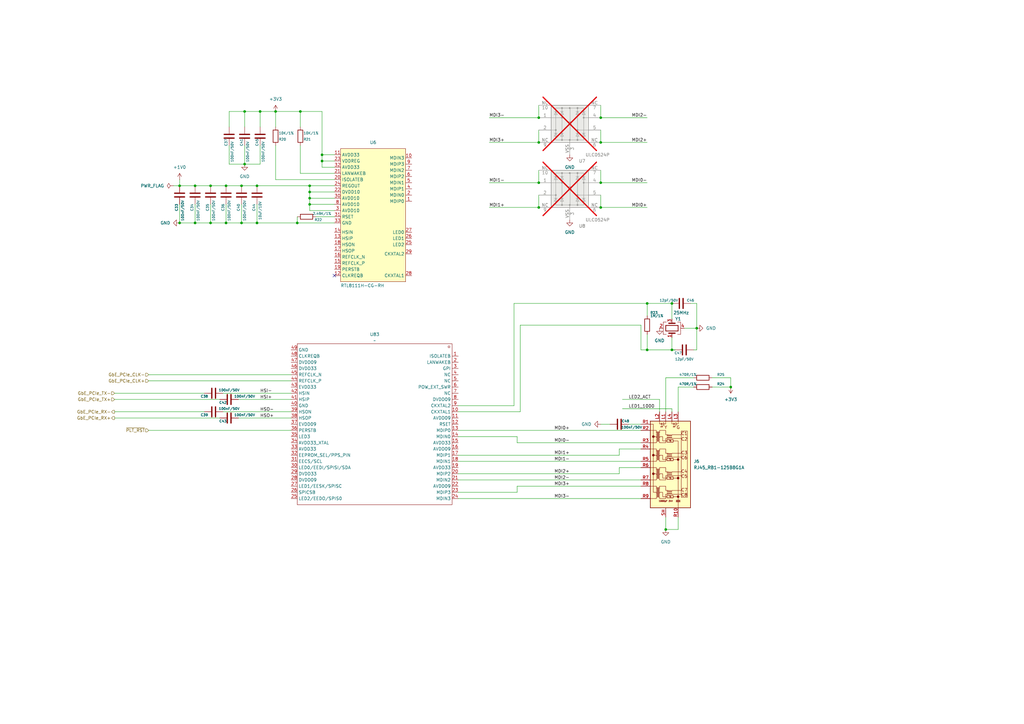
<source format=kicad_sch>
(kicad_sch (version 20231120) (generator "eeschema") (generator_version "8.0")
  (paper "A3")
  (title_block (title "nvme Carrier for LattePanda Mu") (date "2024-07-13") (rev "V1.0") (company "DFRobot"))
  (lib_symbols
    (symbol "A_HDJ_Library:RTL8111H-CG-RH"
      (property "Reference" "U7" (at 0 -57.15 0))
      (symbol "RTL8111H-CG-RH_1_0"
        (rectangle (start 0 0) (end 26.67 -54.61) (fill (type background)))
        (pin passive line (at 29.21 -21.59 180) (length 2.54) (name "MDIP0") (number "1"))
        (pin passive line (at 29.21 -3.81 180) (length 2.54) (name "MDIN3") (number "10"))
        (pin passive line (at -2.54 -2.54 0) (length 2.54) (name "AVDD33") (number "11"))
        (pin passive line (at -2.54 -52.07 0) (length 2.54) (name "CLKREQB") (number "12"))
        (pin passive line (at -2.54 -36.83 0) (length 2.54) (name "HSIP") (number "13"))
        (pin passive line (at -2.54 -34.29 0) (length 2.54) (name "HSIN") (number "14"))
        (pin passive line (at -2.54 -46.99 0) (length 2.54) (name "REFCLK_P") (number "15"))
        (pin passive line (at -2.54 -44.45 0) (length 2.54) (name "REFCLK_N") (number "16"))
        (pin passive line (at -2.54 -41.91 0) (length 2.54) (name "HSOP") (number "17"))
        (pin passive line (at -2.54 -39.37 0) (length 2.54) (name "HSON") (number "18"))
        (pin passive line (at -2.54 -49.53 0) (length 2.54) (name "PERSTB") (number "19"))
        (pin passive line (at 29.21 -19.05 180) (length 2.54) (name "MDIN0") (number "2"))
        (pin passive line (at -2.54 -12.7 0) (length 2.54) (name "ISOLATEB") (number "20"))
        (pin passive line (at -2.54 -10.16 0) (length 2.54) (name "LANWAKEB") (number "21"))
        (pin passive line (at -2.54 -17.78 0) (length 2.54) (name "DVDD10") (number "22"))
        (pin passive line (at -2.54 -5.08 0) (length 2.54) (name "VDDREG") (number "23"))
        (pin passive line (at -2.54 -15.24 0) (length 2.54) (name "REGOUT") (number "24"))
        (pin passive line (at 29.21 -39.37 180) (length 2.54) (name "LED2") (number "25"))
        (pin passive line (at 29.21 -36.83 180) (length 2.54) (name "LED1") (number "26"))
        (pin passive line (at 29.21 -34.29 180) (length 2.54) (name "LED0") (number "27"))
        (pin passive line (at 29.21 -52.07 180) (length 2.54) (name "CKXTAL1") (number "28"))
        (pin passive line (at 29.21 -43.18 180) (length 2.54) (name "CKXTAL2") (number "29"))
        (pin passive line (at -2.54 -25.4 0) (length 2.54) (name "AVDD10") (number "3"))
        (pin passive line (at -2.54 -20.32 0) (length 2.54) (name "AVDD10") (number "30"))
        (pin passive line (at -2.54 -27.94 0) (length 2.54) (name "RSET") (number "31"))
        (pin passive line (at -2.54 -7.62 0) (length 2.54) (name "AVDD33") (number "32"))
        (pin passive line (at -2.54 -30.48 0) (length 2.54) (name "GND") (number "33"))
        (pin passive line (at 29.21 -16.51 180) (length 2.54) (name "MDIP1") (number "4"))
        (pin passive line (at 29.21 -13.97 180) (length 2.54) (name "MDIN1") (number "5"))
        (pin passive line (at 29.21 -11.43 180) (length 2.54) (name "MDIP2") (number "6"))
        (pin passive line (at 29.21 -8.89 180) (length 2.54) (name "MDIN2") (number "7"))
        (pin passive line (at -2.54 -22.86 0) (length 2.54) (name "AVDD10") (number "8"))
        (pin passive line (at 29.21 -6.35 180) (length 2.54) (name "MDIP3") (number "9"))
      )
    )
    (symbol "Connector:RJ45_RB1-125B8G1A" (pin_names hide)
      (property "Reference" "J" (at -7.62 20.32 0))
      (property "Value" "RJ45_RB1-125B8G1A" (at 15.24 20.32 0))
      (symbol "RJ45_RB1-125B8G1A_0_0"
        (circle (center -2.54 -11.938) (radius 0.0001) (stroke (width 0.508)))
        (circle (center -2.54 -4.318) (radius 0.0001) (stroke (width 0.508)))
        (circle (center -2.54 3.302) (radius 0.0001) (stroke (width 0.508)))
        (polyline (pts (xy -0.508 -11.938) (xy -2.54 -11.938)))
        (polyline (pts (xy 0 -10.922) (xy -3.81 -10.922)))
        (polyline (pts (xy 0 -9.398) (xy -3.81 -9.398)))
        (polyline (pts (xy 0 -3.302) (xy -3.81 -3.302)))
        (polyline (pts (xy 0 -1.778) (xy -3.81 -1.778)))
        (polyline (pts (xy 0 4.318) (xy -3.81 4.318)))
        (polyline (pts (xy 0 5.842) (xy -3.81 5.842)))
        (polyline (pts (xy 0 11.938) (xy -3.81 11.938)))
        (polyline (pts (xy 0 13.462) (xy -3.81 13.462)))
        (polyline (pts (xy 6.35 5.08) (xy 7.62 5.08)))
        (polyline (pts (xy 7.62 -2.54) (xy 6.35 -2.54)))
        (polyline (pts (xy 7.62 12.7) (xy 6.35 12.7)))
        (polyline (pts (xy 2.032 -11.938) (xy 3.81 -11.938) (xy 3.81 -10.16) (xy 5.08 -10.16)))
        (polyline (pts (xy 2.032 -4.318) (xy 3.81 -4.318) (xy 3.81 -2.54) (xy 5.08 -2.54)))
        (polyline (pts (xy 2.032 3.302) (xy 3.81 3.302) (xy 3.81 5.08) (xy 5.08 5.08)))
        (polyline (pts (xy 2.032 10.922) (xy 3.81 10.922) (xy 3.81 12.7) (xy 5.08 12.7)))
        (circle (center 7.62 -2.54) (radius 0.0001) (stroke (width 0.508)))
        (circle (center 7.62 5.08) (radius 0.0001) (stroke (width 0.508)))
        (circle (center 7.62 12.7) (radius 0.0001) (stroke (width 0.508)))
        (text "1000pF 2kV" (at 2.54 -13.716 0) (effects (font (size 0.635 0.635))))
        (text "C1" (at -5.08 13.97 0) (effects (font (size 1.27 1.27))))
        (text "C2" (at -5.08 11.684 0) (effects (font (size 1.27 1.27))))
        (text "C3" (at -5.08 6.096 0) (effects (font (size 1.27 1.27))))
        (text "C4" (at -5.08 -1.524 0) (effects (font (size 1.27 1.27))))
        (text "C5" (at -5.08 -3.556 0) (effects (font (size 1.27 1.27))))
        (text "C6" (at -5.08 4.064 0) (effects (font (size 1.27 1.27))))
        (text "C7" (at -5.08 -9.144 0) (effects (font (size 1.27 1.27))))
        (text "C8" (at -5.08 -11.176 0) (effects (font (size 1.27 1.27))))
        (text "G" (at -2.54 16.51 0) (effects (font (size 1.27 1.27))))
        (text "Y" (at 2.54 16.51 0) (effects (font (size 1.27 1.27))))
      )
      (symbol "RJ45_RB1-125B8G1A_0_1"
        (rectangle (start -7.62 19.05) (end 8.89 -16.51) (stroke (width 0.254)) (fill (type background)))
        (rectangle (start -3.81 -12.192) (end -6.35 14.986))
        (rectangle (start -0.508 -12.446) (end 2.032 -11.43) (stroke (width 0.2032)))
        (rectangle (start -0.508 -4.826) (end 2.032 -3.81) (stroke (width 0.2032)))
        (rectangle (start -0.508 2.794) (end 2.032 3.81) (stroke (width 0.2032)))
        (rectangle (start -0.508 10.414) (end 2.032 11.43) (stroke (width 0.2032)))
        (arc (start 0 -9.398) (mid 0.254 -9.6509) (end 0.508 -9.398))
        (arc (start 0 -1.778) (mid 0.254 -2.0309) (end 0.508 -1.778))
        (polyline (pts (xy -3.302 -13.97) (xy -1.778 -13.97)) (stroke (width 0.3302)))
        (polyline (pts (xy -3.302 -13.462) (xy -1.778 -13.462)) (stroke (width 0.3048)))
        (polyline (pts (xy -2.54 -16.51) (xy -2.54 -13.97)))
        (polyline (pts (xy -2.54 3.302) (xy -0.508 3.302)))
        (polyline (pts (xy -1.016 16.637) (xy -1.524 17.145)))
        (polyline (pts (xy -0.762 18.415) (xy -0.762 17.399)))
        (polyline (pts (xy -0.508 -4.318) (xy -2.54 -4.318)))
        (polyline (pts (xy -0.508 16.637) (xy -1.016 17.145)))
        (polyline (pts (xy 0 -10.414) (xy 2.032 -10.414)))
        (polyline (pts (xy 0 -2.794) (xy 2.032 -2.794)))
        (polyline (pts (xy 0 4.826) (xy 2.032 4.826)))
        (polyline (pts (xy 0 12.446) (xy 2.032 12.446)))
        (polyline (pts (xy 2.032 -9.906) (xy 0 -9.906)))
        (polyline (pts (xy 2.032 -2.286) (xy 0 -2.286)))
        (polyline (pts (xy 2.032 5.334) (xy 0 5.334)))
        (polyline (pts (xy 2.032 12.954) (xy 0 12.954)))
        (polyline (pts (xy 4.064 16.637) (xy 3.556 17.145)))
        (polyline (pts (xy 4.318 18.415) (xy 4.318 17.399)))
        (polyline (pts (xy 4.572 16.637) (xy 4.064 17.145)))
        (polyline (pts (xy 5.588 -8.128) (xy 5.588 -12.192)))
        (polyline (pts (xy 5.588 -0.508) (xy 5.588 -4.572)))
        (polyline (pts (xy 5.588 7.112) (xy 5.588 3.048)))
        (polyline (pts (xy 5.588 14.732) (xy 5.588 10.668)))
        (polyline (pts (xy 5.842 -12.192) (xy 5.842 -8.128)))
        (polyline (pts (xy 5.842 -4.572) (xy 5.842 -0.508)))
        (polyline (pts (xy 5.842 3.048) (xy 5.842 7.112)))
        (polyline (pts (xy 5.842 10.668) (xy 5.842 14.732)))
        (polyline (pts (xy -2.54 -13.462) (xy -2.54 10.922) (xy -0.508 10.922)))
        (polyline (pts (xy -2.54 19.05) (xy -2.54 17.907) (xy -1.778 17.907)))
        (polyline (pts (xy -1.016 16.891) (xy -1.016 16.637) (xy -1.27 16.637)))
        (polyline (pts (xy -0.508 16.891) (xy -0.508 16.637) (xy -0.762 16.637)))
        (polyline (pts (xy 0 19.05) (xy 0 17.907) (xy -0.762 17.907)))
        (polyline (pts (xy 2.54 19.05) (xy 2.54 17.907) (xy 3.302 17.907)))
        (polyline (pts (xy 4.064 16.891) (xy 4.064 16.637) (xy 3.81 16.637)))
        (polyline (pts (xy 4.572 16.891) (xy 4.572 16.637) (xy 4.318 16.637)))
        (polyline (pts (xy 5.08 19.05) (xy 5.08 17.907) (xy 4.318 17.907)))
        (polyline (pts (xy 6.35 -12.192) (xy 6.35 -12.7) (xy 8.89 -12.7)))
        (polyline (pts (xy 6.35 -8.128) (xy 6.35 -7.62) (xy 8.89 -7.62)))
        (polyline (pts (xy 6.35 -4.572) (xy 6.35 -5.08) (xy 8.89 -5.08)))
        (polyline (pts (xy 6.35 -0.508) (xy 6.35 0) (xy 8.89 0)))
        (polyline (pts (xy 6.35 3.048) (xy 6.35 2.54) (xy 8.89 2.54)))
        (polyline (pts (xy 6.35 7.112) (xy 6.35 7.62) (xy 8.89 7.62)))
        (polyline (pts (xy 6.35 10.668) (xy 6.35 10.16) (xy 8.89 10.16)))
        (polyline (pts (xy 6.35 14.732) (xy 6.35 15.24) (xy 8.89 15.24)))
        (polyline (pts (xy -0.762 17.907) (xy -1.778 18.415) (xy -1.778 17.399) (xy -0.762 17.907)))
        (polyline (pts (xy 4.318 17.907) (xy 3.302 18.415) (xy 3.302 17.399) (xy 4.318 17.907)))
        (polyline (pts (xy 8.89 17.78) (xy 7.62 17.78) (xy 7.62 -10.16) (xy 6.35 -10.16)))
        (polyline (pts (xy 2.032 -9.398) (xy 2.54 -9.398) (xy 2.54 -7.62) (xy 5.08 -7.62) (xy 5.08 -8.128)))
        (polyline (pts (xy 2.032 -1.778) (xy 2.54 -1.778) (xy 2.54 0) (xy 5.08 0) (xy 5.08 -0.508)))
        (polyline (pts (xy 2.032 5.842) (xy 2.54 5.842) (xy 2.54 7.62) (xy 5.08 7.62) (xy 5.08 7.112)))
        (polyline (pts (xy 2.032 13.462) (xy 2.54 13.462) (xy 2.54 15.24) (xy 5.08 15.24) (xy 5.08 14.732)))
        (polyline (pts (xy 5.08 -12.192) (xy 5.08 -12.7) (xy 2.54 -12.7) (xy 2.54 -10.922) (xy 2.032 -10.922)))
        (polyline (pts (xy 5.08 -4.572) (xy 5.08 -5.08) (xy 2.54 -5.08) (xy 2.54 -3.302) (xy 2.032 -3.302)))
        (polyline (pts (xy 5.08 3.048) (xy 5.08 2.54) (xy 2.54 2.54) (xy 2.54 4.318) (xy 2.032 4.318)))
        (polyline (pts (xy 5.08 10.668) (xy 5.08 10.16) (xy 2.54 10.16) (xy 2.54 11.938) (xy 2.032 11.938)))
        (arc (start 0 5.842) (mid 0.254 5.5891) (end 0.508 5.842))
        (arc (start 0 13.462) (mid 0.254 13.2091) (end 0.508 13.462))
        (arc (start 0.508 -10.922) (mid 0.254 -10.6691) (end 0 -10.922))
        (arc (start 0.508 -9.398) (mid 0.762 -9.6509) (end 1.016 -9.398))
        (arc (start 0.508 -3.302) (mid 0.254 -3.0491) (end 0 -3.302))
        (arc (start 0.508 -1.778) (mid 0.762 -2.0309) (end 1.016 -1.778))
        (arc (start 0.508 4.318) (mid 0.254 4.5709) (end 0 4.318))
        (arc (start 0.508 5.842) (mid 0.762 5.5891) (end 1.016 5.842))
        (arc (start 0.508 11.938) (mid 0.254 12.1909) (end 0 11.938))
        (arc (start 0.508 13.462) (mid 0.762 13.2091) (end 1.016 13.462))
        (arc (start 1.016 -10.922) (mid 0.762 -10.6691) (end 0.508 -10.922))
        (arc (start 1.016 -9.398) (mid 1.27 -9.6509) (end 1.524 -9.398))
        (arc (start 1.016 -3.302) (mid 0.762 -3.0491) (end 0.508 -3.302))
        (arc (start 1.016 -1.778) (mid 1.27 -2.0309) (end 1.524 -1.778))
        (arc (start 1.016 4.318) (mid 0.762 4.5709) (end 0.508 4.318))
        (arc (start 1.016 5.842) (mid 1.27 5.5891) (end 1.524 5.842))
        (arc (start 1.016 11.938) (mid 0.762 12.1909) (end 0.508 11.938))
        (arc (start 1.016 13.462) (mid 1.27 13.2091) (end 1.524 13.462))
        (arc (start 1.524 -10.922) (mid 1.27 -10.6691) (end 1.016 -10.922))
        (arc (start 1.524 -9.398) (mid 1.778 -9.6509) (end 2.032 -9.398))
        (arc (start 1.524 -3.302) (mid 1.27 -3.0491) (end 1.016 -3.302))
        (arc (start 1.524 -1.778) (mid 1.778 -2.0309) (end 2.032 -1.778))
        (arc (start 1.524 4.318) (mid 1.27 4.5709) (end 1.016 4.318))
        (arc (start 1.524 5.842) (mid 1.778 5.5891) (end 2.032 5.842))
        (arc (start 1.524 11.938) (mid 1.27 12.1909) (end 1.016 11.938))
        (arc (start 1.524 13.462) (mid 1.778 13.2091) (end 2.032 13.462))
        (circle (center 1.778 -10.9474) (radius 0.0762) (stroke (width 0.0254)) (fill (type outline)))
        (circle (center 1.778 -9.3726) (radius 0.0762) (stroke (width 0.0254)) (fill (type outline)))
        (circle (center 1.778 -3.3274) (radius 0.0762) (stroke (width 0.0254)) (fill (type outline)))
        (circle (center 1.778 -1.7526) (radius 0.0762) (stroke (width 0.0254)) (fill (type outline)))
        (circle (center 1.778 4.2926) (radius 0.0762) (stroke (width 0.0254)) (fill (type outline)))
        (circle (center 1.778 5.8674) (radius 0.0762) (stroke (width 0.0254)) (fill (type outline)))
        (circle (center 1.778 11.9126) (radius 0.0762) (stroke (width 0.0254)) (fill (type outline)))
        (circle (center 1.778 13.4874) (radius 0.0762) (stroke (width 0.0254)) (fill (type outline)))
        (arc (start 2.032 -10.922) (mid 1.778 -10.6691) (end 1.524 -10.922))
        (arc (start 2.032 -3.302) (mid 1.778 -3.0491) (end 1.524 -3.302))
        (arc (start 2.032 4.318) (mid 1.778 4.5709) (end 1.524 4.318))
        (arc (start 2.032 11.938) (mid 1.778 12.1909) (end 1.524 11.938))
        (circle (center 5.0546 -10.414) (radius 0.0762) (stroke (width 0.0254)) (fill (type outline)))
        (circle (center 5.0546 -8.382) (radius 0.0762) (stroke (width 0.0254)) (fill (type outline)))
        (circle (center 5.0546 -2.794) (radius 0.0762) (stroke (width 0.0254)) (fill (type outline)))
        (circle (center 5.0546 -0.762) (radius 0.0762) (stroke (width 0.0254)) (fill (type outline)))
        (circle (center 5.0546 4.826) (radius 0.0762) (stroke (width 0.0254)) (fill (type outline)))
        (circle (center 5.0546 6.858) (radius 0.0762) (stroke (width 0.0254)) (fill (type outline)))
        (circle (center 5.0546 12.446) (radius 0.0762) (stroke (width 0.0254)) (fill (type outline)))
        (circle (center 5.0546 14.478) (radius 0.0762) (stroke (width 0.0254)) (fill (type outline)))
        (arc (start 5.08 -12.192) (mid 5.3329 -11.938) (end 5.08 -11.684))
        (arc (start 5.08 -11.684) (mid 5.3328 -11.43) (end 5.08 -11.176))
        (arc (start 5.08 -11.176) (mid 5.3329 -10.922) (end 5.08 -10.668))
        (arc (start 5.08 -10.668) (mid 5.3329 -10.414) (end 5.08 -10.16))
        (arc (start 5.08 -10.16) (mid 5.3329 -9.906) (end 5.08 -9.652))
        (arc (start 5.08 -9.652) (mid 5.3329 -9.398) (end 5.08 -9.144))
        (arc (start 5.08 -9.144) (mid 5.3328 -8.89) (end 5.08 -8.636))
        (arc (start 5.08 -8.636) (mid 5.3329 -8.382) (end 5.08 -8.128))
        (arc (start 5.08 -4.572) (mid 5.3329 -4.318) (end 5.08 -4.064))
        (arc (start 5.08 -4.064) (mid 5.3328 -3.81) (end 5.08 -3.556))
        (arc (start 5.08 -3.556) (mid 5.3329 -3.302) (end 5.08 -3.048))
        (arc (start 5.08 -3.048) (mid 5.3329 -2.794) (end 5.08 -2.54))
        (arc (start 5.08 -2.54) (mid 5.3329 -2.286) (end 5.08 -2.032))
        (arc (start 5.08 -2.032) (mid 5.3329 -1.778) (end 5.08 -1.524))
        (arc (start 5.08 -1.524) (mid 5.3328 -1.27) (end 5.08 -1.016))
        (arc (start 5.08 -1.016) (mid 5.3329 -0.762) (end 5.08 -0.508))
        (arc (start 5.08 3.048) (mid 5.3329 3.302) (end 5.08 3.556))
        (arc (start 5.08 3.556) (mid 5.3328 3.81) (end 5.08 4.064))
        (arc (start 5.08 4.064) (mid 5.3329 4.318) (end 5.08 4.572))
        (arc (start 5.08 4.572) (mid 5.3329 4.826) (end 5.08 5.08))
        (arc (start 5.08 5.08) (mid 5.3329 5.334) (end 5.08 5.588))
        (arc (start 5.08 5.588) (mid 5.3329 5.842) (end 5.08 6.096))
        (arc (start 5.08 6.096) (mid 5.3328 6.35) (end 5.08 6.604))
        (arc (start 5.08 6.604) (mid 5.3329 6.858) (end 5.08 7.112))
        (arc (start 5.08 10.668) (mid 5.3329 10.922) (end 5.08 11.176))
        (arc (start 5.08 11.176) (mid 5.3328 11.43) (end 5.08 11.684))
        (arc (start 5.08 11.684) (mid 5.3329 11.938) (end 5.08 12.192))
        (arc (start 5.08 12.192) (mid 5.3329 12.446) (end 5.08 12.7))
        (arc (start 5.08 12.7) (mid 5.3329 12.954) (end 5.08 13.208))
        (arc (start 5.08 13.208) (mid 5.3329 13.462) (end 5.08 13.716))
        (arc (start 5.08 13.716) (mid 5.3328 13.97) (end 5.08 14.224))
        (arc (start 5.08 14.224) (mid 5.3329 14.478) (end 5.08 14.732))
        (arc (start 6.35 -11.684) (mid 6.0971 -11.938) (end 6.35 -12.192))
        (arc (start 6.35 -11.176) (mid 6.0971 -11.43) (end 6.35 -11.684))
        (arc (start 6.35 -10.668) (mid 6.0971 -10.922) (end 6.35 -11.176))
        (arc (start 6.35 -10.16) (mid 6.0971 -10.414) (end 6.35 -10.668))
        (arc (start 6.35 -9.652) (mid 6.0971 -9.906) (end 6.35 -10.16))
        (arc (start 6.35 -9.144) (mid 6.0971 -9.398) (end 6.35 -9.652))
        (arc (start 6.35 -8.636) (mid 6.0971 -8.89) (end 6.35 -9.144))
        (arc (start 6.35 -8.128) (mid 6.0971 -8.382) (end 6.35 -8.636))
        (arc (start 6.35 -4.064) (mid 6.0971 -4.318) (end 6.35 -4.572))
        (arc (start 6.35 -3.556) (mid 6.0971 -3.81) (end 6.35 -4.064))
        (arc (start 6.35 -3.048) (mid 6.0971 -3.302) (end 6.35 -3.556))
        (arc (start 6.35 -2.54) (mid 6.0971 -2.794) (end 6.35 -3.048))
        (arc (start 6.35 -2.032) (mid 6.0971 -2.286) (end 6.35 -2.54))
        (arc (start 6.35 -1.524) (mid 6.0971 -1.778) (end 6.35 -2.032))
        (arc (start 6.35 -1.016) (mid 6.0971 -1.27) (end 6.35 -1.524))
        (arc (start 6.35 -0.508) (mid 6.0971 -0.762) (end 6.35 -1.016))
        (arc (start 6.35 3.556) (mid 6.0971 3.302) (end 6.35 3.048))
        (arc (start 6.35 4.064) (mid 6.0971 3.81) (end 6.35 3.556))
        (arc (start 6.35 4.572) (mid 6.0971 4.318) (end 6.35 4.064))
        (arc (start 6.35 5.08) (mid 6.0971 4.826) (end 6.35 4.572))
        (arc (start 6.35 5.588) (mid 6.0971 5.334) (end 6.35 5.08))
        (arc (start 6.35 6.096) (mid 6.0971 5.842) (end 6.35 5.588))
        (arc (start 6.35 6.604) (mid 6.0971 6.35) (end 6.35 6.096))
        (arc (start 6.35 7.112) (mid 6.0971 6.858) (end 6.35 6.604))
        (arc (start 6.35 11.176) (mid 6.0971 10.922) (end 6.35 10.668))
        (arc (start 6.35 11.684) (mid 6.0971 11.43) (end 6.35 11.176))
        (arc (start 6.35 12.192) (mid 6.0971 11.938) (end 6.35 11.684))
        (arc (start 6.35 12.7) (mid 6.0971 12.446) (end 6.35 12.192))
        (arc (start 6.35 13.208) (mid 6.0971 12.954) (end 6.35 12.7))
        (arc (start 6.35 13.716) (mid 6.0971 13.462) (end 6.35 13.208))
        (arc (start 6.35 14.224) (mid 6.0971 13.97) (end 6.35 13.716))
        (arc (start 6.35 14.732) (mid 6.0971 14.478) (end 6.35 14.224))
        (circle (center 6.3754 -10.414) (radius 0.0762) (stroke (width 0.0254)) (fill (type outline)))
        (circle (center 6.3754 -8.382) (radius 0.0762) (stroke (width 0.0254)) (fill (type outline)))
        (circle (center 6.3754 -2.794) (radius 0.0762) (stroke (width 0.0254)) (fill (type outline)))
        (circle (center 6.3754 -0.762) (radius 0.0762) (stroke (width 0.0254)) (fill (type outline)))
        (circle (center 6.3754 4.826) (radius 0.0762) (stroke (width 0.0254)) (fill (type outline)))
        (circle (center 6.3754 6.858) (radius 0.0762) (stroke (width 0.0254)) (fill (type outline)))
        (circle (center 6.3754 12.446) (radius 0.0762) (stroke (width 0.0254)) (fill (type outline)))
        (circle (center 6.3754 14.478) (radius 0.0762) (stroke (width 0.0254)) (fill (type outline)))
        (pin power_in line (at -2.54 -20.32 90) (length 3.81) (name "GND") (number "R10"))
      )
      (symbol "RJ45_RB1-125B8G1A_1_0"
        (text "75" (at 0.762 -11.938 0) (effects (font (size 0.508 0.508))))
        (text "75" (at 0.762 -4.318 0) (effects (font (size 0.508 0.508))))
        (text "75" (at 0.762 3.302 0) (effects (font (size 0.508 0.508))))
        (text "75" (at 0.762 10.922 0) (effects (font (size 0.508 0.508))))
      )
      (symbol "RJ45_RB1-125B8G1A_1_1"
        (pin passive line (at 2.54 22.86 270) (length 3.81) (name "~") (number "L1"))
        (pin passive line (at 5.08 22.86 270) (length 3.81) (name "~") (number "L2"))
        (pin passive line (at -2.54 22.86 270) (length 3.81) (name "~") (number "L3"))
        (pin passive line (at 0 22.86 270) (length 3.81) (name "~") (number "L4"))
        (pin passive line (at 12.7 17.78 180) (length 3.81) (name "CT") (number "R1"))
        (pin passive line (at 12.7 15.24 180) (length 3.81) (name "TD1+") (number "R2"))
        (pin passive line (at 12.7 10.16 180) (length 3.81) (name "TD1-") (number "R3"))
        (pin passive line (at 12.7 7.62 180) (length 3.81) (name "TD2+") (number "R4"))
        (pin passive line (at 12.7 2.54 180) (length 3.81) (name "TD2-") (number "R5"))
        (pin passive line (at 12.7 0 180) (length 3.81) (name "TD3+") (number "R6"))
        (pin passive line (at 12.7 -5.08 180) (length 3.81) (name "TD3-") (number "R7"))
        (pin passive line (at 12.7 -7.62 180) (length 3.81) (name "TD4+") (number "R8"))
        (pin passive line (at 12.7 -12.7 180) (length 3.81) (name "TD4-") (number "R9"))
        (pin passive line (at 2.54 -20.32 90) (length 3.81) (name "SH") (number "SH"))
      )
    )
    (symbol "Device:C" (pin_numbers hide) (pin_names (offset 0.254))
      (property "Reference" "C" (at 0.635 2.54 0))
      (property "Value" "C" (at 0.635 -2.54 0))
      (symbol "C_0_1"
        (polyline (pts (xy -2.032 -0.762) (xy 2.032 -0.762)) (stroke (width 0.508)))
        (polyline (pts (xy -2.032 0.762) (xy 2.032 0.762)) (stroke (width 0.508)))
      )
      (symbol "C_1_1"
        (pin passive line (at 0 3.81 270) (length 2.794) (name "~") (number "1"))
        (pin passive line (at 0 -3.81 90) (length 2.794) (name "~") (number "2"))
      )
    )
    (symbol "Device:Crystal_GND24" (pin_names (offset 1.016) hide)
      (property "Reference" "Y" (at 3.175 5.08 0))
      (property "Value" "Crystal_GND24" (at 3.175 3.175 0))
      (symbol "Crystal_GND24_0_1"
        (rectangle (start -1.143 2.54) (end 1.143 -2.54) (stroke (width 0.3048)))
        (polyline (pts (xy -2.54 0) (xy -2.032 0)))
        (polyline (pts (xy -2.032 -1.27) (xy -2.032 1.27)) (stroke (width 0.508)))
        (polyline (pts (xy 0 -3.81) (xy 0 -3.556)))
        (polyline (pts (xy 0 3.556) (xy 0 3.81)))
        (polyline (pts (xy 2.032 -1.27) (xy 2.032 1.27)) (stroke (width 0.508)))
        (polyline (pts (xy 2.032 0) (xy 2.54 0)))
        (polyline (pts (xy -2.54 -2.286) (xy -2.54 -3.556) (xy 2.54 -3.556) (xy 2.54 -2.286)))
        (polyline (pts (xy -2.54 2.286) (xy -2.54 3.556) (xy 2.54 3.556) (xy 2.54 2.286)))
      )
      (symbol "Crystal_GND24_1_1"
        (pin passive line (at -3.81 0 0) (length 1.27) (name "1") (number "1"))
        (pin passive line (at 0 5.08 270) (length 1.27) (name "2") (number "2"))
        (pin passive line (at 3.81 0 180) (length 1.27) (name "3") (number "3"))
        (pin passive line (at 0 -5.08 90) (length 1.27) (name "4") (number "4"))
      )
    )
    (symbol "Device:R" (pin_numbers hide) (pin_names (offset 0))
      (property "Reference" "R" (at 2.032 0 90))
      (property "Value" "R" (at 0 0 90))
      (symbol "R_0_1"
        (rectangle (start -1.016 -2.54) (end 1.016 2.54) (stroke (width 0.254)))
      )
      (symbol "R_1_1"
        (pin passive line (at 0 3.81 270) (length 1.27) (name "~") (number "1"))
        (pin passive line (at 0 -3.81 90) (length 1.27) (name "~") (number "2"))
      )
    )
    (symbol "Power_Protection:D3V3XA4B10LP" (pin_names (offset 0))
      (property "Reference" "U" (at -0.635 8.89 0))
      (property "Value" "D3V3XA4B10LP" (at 8.89 -10.16 0))
      (symbol "D3V3XA4B10LP_0_0"
        (rectangle (start -5.715 6.477) (end 5.715 -6.604))
        (polyline (pts (xy -3.175 -6.604) (xy -3.175 6.477)))
        (polyline (pts (xy 0.127 6.477) (xy 0.127 -6.604)))
        (polyline (pts (xy 3.175 6.477) (xy 3.175 -6.604)))
      )
      (symbol "D3V3XA4B10LP_0_1"
        (rectangle (start -7.62 7.62) (end 7.62 -7.62) (stroke (width 0.254)) (fill (type background)))
        (circle (center -5.715 -2.54) (radius 0.2794) (fill (type outline)))
        (circle (center -3.175 -6.604) (radius 0.2794) (fill (type outline)))
        (circle (center -3.175 2.54) (radius 0.2794) (fill (type outline)))
        (circle (center -3.175 6.477) (radius 0.2794) (fill (type outline)))
        (circle (center 0 -6.604) (radius 0.2794) (fill (type outline)))
        (polyline (pts (xy -7.747 2.54) (xy -3.175 2.54)))
        (polyline (pts (xy -7.62 -2.54) (xy -5.715 -2.54)))
        (polyline (pts (xy -5.08 -3.81) (xy -6.35 -3.81)))
        (polyline (pts (xy -5.08 5.08) (xy -6.35 5.08)))
        (polyline (pts (xy -2.54 -3.81) (xy -3.81 -3.81)))
        (polyline (pts (xy -2.54 5.08) (xy -3.81 5.08)))
        (polyline (pts (xy -0.508 0.889) (xy -0.889 0.635)))
        (polyline (pts (xy 0 -6.604) (xy 0 -7.62)))
        (polyline (pts (xy 0.762 0.889) (xy -0.508 0.889)))
        (polyline (pts (xy 0.762 0.889) (xy 1.143 1.143)))
        (polyline (pts (xy 3.81 -3.81) (xy 2.54 -3.81)))
        (polyline (pts (xy 3.81 5.08) (xy 2.54 5.08)))
        (polyline (pts (xy 6.35 -3.81) (xy 5.08 -3.81)))
        (polyline (pts (xy 6.35 5.08) (xy 5.08 5.08)))
        (polyline (pts (xy 7.62 -2.54) (xy 3.175 -2.54)))
        (polyline (pts (xy 7.62 2.54) (xy 5.715 2.54)))
        (polyline (pts (xy -5.08 -5.08) (xy -6.35 -5.08) (xy -5.715 -3.81) (xy -5.08 -5.08)))
        (polyline (pts (xy -5.08 3.81) (xy -6.35 3.81) (xy -5.715 5.08) (xy -5.08 3.81)))
        (polyline (pts (xy -2.54 -5.08) (xy -3.81 -5.08) (xy -3.175 -3.81) (xy -2.54 -5.08)))
        (polyline (pts (xy -2.54 3.81) (xy -3.81 3.81) (xy -3.175 5.08) (xy -2.54 3.81)))
        (polyline (pts (xy 0.762 -0.381) (xy -0.508 -0.381) (xy 0.127 0.889) (xy 0.762 -0.381)))
        (polyline (pts (xy 3.81 -5.08) (xy 2.54 -5.08) (xy 3.175 -3.81) (xy 3.81 -5.08)))
        (polyline (pts (xy 3.81 3.81) (xy 2.54 3.81) (xy 3.175 5.08) (xy 3.81 3.81)))
        (polyline (pts (xy 6.35 -5.08) (xy 5.08 -5.08) (xy 5.715 -3.81) (xy 6.35 -5.08)))
        (polyline (pts (xy 6.35 3.81) (xy 5.08 3.81) (xy 5.715 5.08) (xy 6.35 3.81)))
        (circle (center 0 6.477) (radius 0.2794) (fill (type outline)))
        (circle (center 3.175 -6.604) (radius 0.2794) (fill (type outline)))
        (circle (center 3.175 -2.54) (radius 0.2794) (fill (type outline)))
        (circle (center 3.175 6.477) (radius 0.2794) (fill (type outline)))
        (circle (center 5.715 2.54) (radius 0.2794) (fill (type outline)))
      )
      (symbol "D3V3XA4B10LP_1_1"
        (pin passive line (at -12.7 2.54 0) (length 5.08) (name "~") (number "1"))
        (pin free line (at -12.7 7.62 0) (length 5.08) (name "NC") (number "10"))
        (pin passive line (at -12.7 -2.54 0) (length 5.08) (name "~") (number "2"))
        (pin power_in line (at 0 -12.7 90) (length 5.08) (name "VSS") (number "3"))
        (pin passive line (at 12.7 2.54 180) (length 5.08) (name "~") (number "4"))
        (pin passive line (at 12.7 -2.54 180) (length 5.08) (name "~") (number "5"))
        (pin free line (at 12.7 -7.62 180) (length 5.08) (name "NC") (number "6"))
        (pin free line (at 12.7 7.62 180) (length 5.08) (name "NC") (number "7"))
        (pin passive line (at 0 -12.7 90) (length 5.08) hide (name "VSS") (number "8"))
        (pin free line (at -12.7 -7.62 0) (length 5.08) (name "NC") (number "9"))
      )
    )
    (symbol "User:RTL8125BG-CG"
      (property "Reference" "U" (at 0 0 0))
      (symbol "RTL8125BG-CG_1_0"
        (rectangle (start -31.75 -33.02) (end 31.75 33.02))
        (circle (center -30.48 31.75) (radius 0.381))
        (pin unspecified line (at -34.29 27.94 0) (length 2.54) (name "ISOLATEB") (number "1"))
        (pin unspecified line (at -34.29 5.08 0) (length 2.54) (name "CKXTAL1") (number "10"))
        (pin unspecified line (at -34.29 2.54 0) (length 2.54) (name "AVDD09") (number "11"))
        (pin unspecified line (at -34.29 0 0) (length 2.54) (name "RSET") (number "12"))
        (pin unspecified line (at -34.29 -2.54 0) (length 2.54) (name "MDIP0") (number "13"))
        (pin unspecified line (at -34.29 -5.08 0) (length 2.54) (name "MDIN0") (number "14"))
        (pin unspecified line (at -34.29 -7.62 0) (length 2.54) (name "AVDD33") (number "15"))
        (pin unspecified line (at -34.29 -10.16 0) (length 2.54) (name "AVDD09") (number "16"))
        (pin unspecified line (at -34.29 -12.7 0) (length 2.54) (name "MDIP1") (number "17"))
        (pin unspecified line (at -34.29 -15.24 0) (length 2.54) (name "MDIN1") (number "18"))
        (pin unspecified line (at -34.29 -17.78 0) (length 2.54) (name "AVDD33") (number "19"))
        (pin unspecified line (at -34.29 25.4 0) (length 2.54) (name "LANWAKEB") (number "2"))
        (pin unspecified line (at -34.29 -20.32 0) (length 2.54) (name "MDIP2") (number "20"))
        (pin unspecified line (at -34.29 -22.86 0) (length 2.54) (name "MDIN2") (number "21"))
        (pin unspecified line (at -34.29 -25.4 0) (length 2.54) (name "AVDD09") (number "22"))
        (pin unspecified line (at -34.29 -27.94 0) (length 2.54) (name "MDIP3") (number "23"))
        (pin unspecified line (at -34.29 -30.48 0) (length 2.54) (name "MDIN3") (number "24"))
        (pin unspecified line (at 34.29 -30.48 180) (length 2.54) (name "LED2/EEDO/SPIS0") (number "25"))
        (pin unspecified line (at 34.29 -27.94 180) (length 2.54) (name "SPICSB") (number "26"))
        (pin unspecified line (at 34.29 -25.4 180) (length 2.54) (name "LED1/EESK/SPISC") (number "27"))
        (pin unspecified line (at 34.29 -22.86 180) (length 2.54) (name "DVDD09") (number "28"))
        (pin unspecified line (at 34.29 -20.32 180) (length 2.54) (name "DVDD33") (number "29"))
        (pin unspecified line (at -34.29 22.86 0) (length 2.54) (name "GPI") (number "3"))
        (pin unspecified line (at 34.29 -17.78 180) (length 2.54) (name "LED0/EEDI/SPISI/SDA") (number "30"))
        (pin unspecified line (at 34.29 -15.24 180) (length 2.54) (name "EECS/SCL") (number "31"))
        (pin unspecified line (at 34.29 -12.7 180) (length 2.54) (name "EEPROM_SEL/PPS_PIN") (number "32"))
        (pin unspecified line (at 34.29 -10.16 180) (length 2.54) (name "AVDD33") (number "33"))
        (pin unspecified line (at 34.29 -7.62 180) (length 2.54) (name "AVDD33_XTAL") (number "34"))
        (pin unspecified line (at 34.29 -5.08 180) (length 2.54) (name "LED3") (number "35"))
        (pin unspecified line (at 34.29 -2.54 180) (length 2.54) (name "PERSTB") (number "36"))
        (pin unspecified line (at 34.29 0 180) (length 2.54) (name "EVDD09") (number "37"))
        (pin unspecified line (at 34.29 2.54 180) (length 2.54) (name "HSOP") (number "38"))
        (pin unspecified line (at 34.29 5.08 180) (length 2.54) (name "HSON") (number "39"))
        (pin unspecified line (at -34.29 20.32 0) (length 2.54) (name "NC") (number "4"))
        (pin unspecified line (at 34.29 7.62 180) (length 2.54) (name "GND") (number "40"))
        (pin unspecified line (at 34.29 10.16 180) (length 2.54) (name "HSIP") (number "41"))
        (pin unspecified line (at 34.29 12.7 180) (length 2.54) (name "HSIN") (number "42"))
        (pin unspecified line (at 34.29 15.24 180) (length 2.54) (name "EVDD33") (number "43"))
        (pin unspecified line (at 34.29 17.78 180) (length 2.54) (name "REFCLK_P") (number "44"))
        (pin unspecified line (at 34.29 20.32 180) (length 2.54) (name "REFCLK_N") (number "45"))
        (pin unspecified line (at 34.29 22.86 180) (length 2.54) (name "DVDD33") (number "46"))
        (pin unspecified line (at 34.29 25.4 180) (length 2.54) (name "DVDD09") (number "47"))
        (pin unspecified line (at 34.29 27.94 180) (length 2.54) (name "CLKREQB") (number "48"))
        (pin unspecified line (at 34.29 30.48 180) (length 2.54) (name "GND") (number "49"))
        (pin unspecified line (at -34.29 17.78 0) (length 2.54) (name "NC") (number "5"))
        (pin unspecified line (at -34.29 15.24 0) (length 2.54) (name "POW_EXT_SWR") (number "6"))
        (pin unspecified line (at -34.29 12.7 0) (length 2.54) (name "NC") (number "7"))
        (pin unspecified line (at -34.29 10.16 0) (length 2.54) (name "DVDD09") (number "8"))
        (pin unspecified line (at -34.29 7.62 0) (length 2.54) (name "CKXTAL2") (number "9"))
      )
    )
    (symbol "power:+1V0" (power) (pin_numbers hide) (pin_names (offset 0) hide)
      (property "Value" "+1V0" (at 0 3.556 0))
      (symbol "+1V0_0_1"
        (polyline (pts (xy -0.762 1.27) (xy 0 2.54)))
        (polyline (pts (xy 0 0) (xy 0 2.54)))
        (polyline (pts (xy 0 2.54) (xy 0.762 1.27)))
      )
      (symbol "+1V0_1_1"
        (pin power_in line (at 0 0 90) (length 0) (name "~") (number "1"))
      )
    )
    (symbol "power:+3V3" (power) (pin_numbers hide) (pin_names (offset 0) hide)
      (property "Value" "+3V3" (at 0 3.556 0))
      (symbol "+3V3_0_1"
        (polyline (pts (xy -0.762 1.27) (xy 0 2.54)))
        (polyline (pts (xy 0 0) (xy 0 2.54)))
        (polyline (pts (xy 0 2.54) (xy 0.762 1.27)))
      )
      (symbol "+3V3_1_1"
        (pin power_in line (at 0 0 90) (length 0) (name "~") (number "1"))
      )
    )
    (symbol "power:GND" (power) (pin_numbers hide) (pin_names (offset 0) hide)
      (property "Value" "GND" (at 0 -3.81 0))
      (symbol "GND_0_1"
        (polyline (pts (xy 0 0) (xy 0 -1.27) (xy 1.27 -1.27) (xy 0 -2.54) (xy -1.27 -1.27) (xy 0 -1.27)))
      )
      (symbol "GND_1_1"
        (pin power_in line (at 0 0 270) (length 0) (name "~") (number "1"))
      )
    )
    (symbol "power:PWR_FLAG" (power) (pin_numbers hide) (pin_names (offset 0) hide)
      (property "Value" "PWR_FLAG" (at 0 3.81 0))
      (symbol "PWR_FLAG_0_0"
        (pin power_out line (at 0 0 90) (length 0) (name "~") (number "1"))
      )
      (symbol "PWR_FLAG_0_1"
        (polyline (pts (xy 0 0) (xy 0 1.27) (xy -1.016 1.905) (xy 0 2.54) (xy 1.016 1.905) (xy 0 1.27)))
      )
    )
  )
  (junction (at 99.06 91.44))
  (junction (at 285.75 134.62))
  (junction (at 86.36 76.2))
  (junction (at 121.92 91.44))
  (junction (at 80.01 91.44))
  (junction (at 100.33 45.72))
  (junction (at 99.06 76.2))
  (junction (at 80.01 76.2))
  (junction (at 299.72 158.75))
  (junction (at 220.98 74.93))
  (junction (at 246.38 85.09))
  (junction (at 106.68 45.72))
  (junction (at 105.41 91.44))
  (junction (at 127 76.2))
  (junction (at 123.19 45.72))
  (junction (at 275.59 124.46))
  (junction (at 273.05 217.17))
  (junction (at 246.38 74.93))
  (junction (at 73.66 91.44))
  (junction (at 246.38 48.26))
  (junction (at 127 81.28))
  (junction (at 113.03 45.72))
  (junction (at 86.36 91.44))
  (junction (at 127 78.74))
  (junction (at 132.08 66.04))
  (junction (at 92.71 91.44))
  (junction (at 220.98 85.09))
  (junction (at 100.33 67.31))
  (junction (at 265.43 143.51))
  (junction (at 265.43 124.46))
  (junction (at 246.38 58.42))
  (junction (at 73.66 76.2))
  (junction (at 132.08 63.5))
  (junction (at 220.98 48.26))
  (junction (at 105.41 76.2))
  (junction (at 92.71 76.2))
  (junction (at 275.59 143.51))
  (junction (at 127 83.82))
  (junction (at 220.98 58.42))
  (no_connect (at 137.16 113.03))
  (wire (pts (xy 212.09 199.39) (xy 212.09 201.93)))
  (wire (pts (xy 46.99 168.91) (xy 83.82 168.91)))
  (wire (pts (xy 212.09 201.93) (xy 187.96 201.93)))
  (wire (pts (xy 60.96 176.53) (xy 119.38 176.53)))
  (wire (pts (xy 97.79 163.83) (xy 119.38 163.83)))
  (wire (pts (xy 273.05 217.17) (xy 273.05 212.09)))
  (wire (pts (xy 91.44 168.91) (xy 119.38 168.91)))
  (wire (pts (xy 99.06 91.44) (xy 105.41 91.44)))
  (wire (pts (xy 220.98 43.18) (xy 220.98 48.26)))
  (wire (pts (xy 292.1 154.94) (xy 299.72 154.94)))
  (wire (pts (xy 246.38 85.09) (xy 265.43 85.09)))
  (wire (pts (xy 99.06 76.2) (xy 105.41 76.2)))
  (wire (pts (xy 86.36 83.82) (xy 86.36 91.44)))
  (wire (pts (xy 129.54 88.9) (xy 137.16 88.9)))
  (wire (pts (xy 127 86.36) (xy 137.16 86.36)))
  (wire (pts (xy 91.44 161.29) (xy 119.38 161.29)))
  (wire (pts (xy 100.33 45.72) (xy 106.68 45.72)))
  (wire (pts (xy 246.38 69.85) (xy 246.38 74.93)))
  (wire (pts (xy 123.19 59.69) (xy 123.19 71.12)))
  (wire (pts (xy 265.43 124.46) (xy 265.43 129.54)))
  (wire (pts (xy 187.96 176.53) (xy 262.89 176.53)))
  (wire (pts (xy 200.66 58.42) (xy 220.98 58.42)))
  (wire (pts (xy 106.68 45.72) (xy 106.68 52.07)))
  (wire (pts (xy 137.16 78.74) (xy 127 78.74)))
  (wire (pts (xy 255.27 167.64) (xy 275.59 167.64)))
  (wire (pts (xy 220.98 53.34) (xy 220.98 58.42)))
  (wire (pts (xy 246.38 58.42) (xy 265.43 58.42)))
  (wire (pts (xy 80.01 83.82) (xy 80.01 91.44)))
  (wire (pts (xy 132.08 66.04) (xy 132.08 68.58)))
  (wire (pts (xy 127 83.82) (xy 127 86.36)))
  (wire (pts (xy 105.41 76.2) (xy 127 76.2)))
  (wire (pts (xy 92.71 83.82) (xy 92.71 91.44)))
  (wire (pts (xy 92.71 76.2) (xy 99.06 76.2)))
  (wire (pts (xy 280.67 134.62) (xy 285.75 134.62)))
  (wire (pts (xy 73.66 83.82) (xy 73.66 91.44)))
  (wire (pts (xy 137.16 81.28) (xy 127 81.28)))
  (wire (pts (xy 187.96 204.47) (xy 262.89 204.47)))
  (wire (pts (xy 257.81 173.99) (xy 262.89 173.99)))
  (wire (pts (xy 292.1 158.75) (xy 299.72 158.75)))
  (wire (pts (xy 106.68 45.72) (xy 113.03 45.72)))
  (wire (pts (xy 100.33 45.72) (xy 100.33 52.07)))
  (wire (pts (xy 265.43 137.16) (xy 265.43 143.51)))
  (wire (pts (xy 254 191.77) (xy 262.89 191.77)))
  (wire (pts (xy 278.13 158.75) (xy 284.48 158.75)))
  (wire (pts (xy 127 78.74) (xy 127 81.28)))
  (wire (pts (xy 284.48 143.51) (xy 285.75 143.51)))
  (wire (pts (xy 105.41 83.82) (xy 105.41 91.44)))
  (wire (pts (xy 273.05 154.94) (xy 284.48 154.94)))
  (wire (pts (xy 187.96 196.85) (xy 262.89 196.85)))
  (wire (pts (xy 254 186.69) (xy 254 184.15)))
  (wire (pts (xy 137.16 66.04) (xy 132.08 66.04)))
  (wire (pts (xy 200.66 85.09) (xy 220.98 85.09)))
  (wire (pts (xy 210.82 124.46) (xy 265.43 124.46)))
  (wire (pts (xy 127 81.28) (xy 127 83.82)))
  (wire (pts (xy 137.16 63.5) (xy 132.08 63.5)))
  (wire (pts (xy 132.08 63.5) (xy 132.08 66.04)))
  (wire (pts (xy 299.72 154.94) (xy 299.72 158.75)))
  (wire (pts (xy 113.03 73.66) (xy 137.16 73.66)))
  (wire (pts (xy 212.09 181.61) (xy 262.89 181.61)))
  (wire (pts (xy 213.36 133.35) (xy 262.89 133.35)))
  (wire (pts (xy 123.19 45.72) (xy 123.19 52.07)))
  (wire (pts (xy 121.92 91.44) (xy 121.92 88.9)))
  (wire (pts (xy 86.36 91.44) (xy 92.71 91.44)))
  (wire (pts (xy 278.13 217.17) (xy 273.05 217.17)))
  (wire (pts (xy 71.12 76.2) (xy 73.66 76.2)))
  (wire (pts (xy 246.38 48.26) (xy 265.43 48.26)))
  (wire (pts (xy 187.96 186.69) (xy 254 186.69)))
  (wire (pts (xy 200.66 74.93) (xy 220.98 74.93)))
  (wire (pts (xy 275.59 167.64) (xy 275.59 168.91)))
  (wire (pts (xy 270.51 163.83) (xy 270.51 168.91)))
  (wire (pts (xy 246.38 173.99) (xy 250.19 173.99)))
  (wire (pts (xy 275.59 138.43) (xy 275.59 143.51)))
  (wire (pts (xy 73.66 73.66) (xy 73.66 76.2)))
  (wire (pts (xy 187.96 168.91) (xy 213.36 168.91)))
  (wire (pts (xy 285.75 124.46) (xy 285.75 134.62)))
  (wire (pts (xy 246.38 43.18) (xy 246.38 48.26)))
  (wire (pts (xy 210.82 166.37) (xy 187.96 166.37)))
  (wire (pts (xy 80.01 76.2) (xy 86.36 76.2)))
  (wire (pts (xy 132.08 45.72) (xy 132.08 63.5)))
  (wire (pts (xy 278.13 168.91) (xy 278.13 158.75)))
  (wire (pts (xy 123.19 45.72) (xy 132.08 45.72)))
  (wire (pts (xy 60.96 156.21) (xy 119.38 156.21)))
  (wire (pts (xy 254 184.15) (xy 262.89 184.15)))
  (wire (pts (xy 246.38 80.01) (xy 246.38 85.09)))
  (wire (pts (xy 99.06 83.82) (xy 99.06 91.44)))
  (wire (pts (xy 276.86 143.51) (xy 275.59 143.51)) (stroke (width 0.254)))
  (wire (pts (xy 93.98 59.69) (xy 93.98 67.31)))
  (wire (pts (xy 137.16 83.82) (xy 127 83.82)))
  (wire (pts (xy 283.21 124.46) (xy 285.75 124.46)))
  (wire (pts (xy 73.66 91.44) (xy 80.01 91.44)))
  (wire (pts (xy 220.98 80.01) (xy 220.98 85.09)))
  (wire (pts (xy 273.05 168.91) (xy 273.05 154.94)))
  (wire (pts (xy 73.66 76.2) (xy 80.01 76.2)))
  (wire (pts (xy 187.96 189.23) (xy 262.89 189.23)))
  (wire (pts (xy 275.59 124.46) (xy 275.59 130.81)))
  (wire (pts (xy 137.16 76.2) (xy 127 76.2)))
  (wire (pts (xy 246.38 74.93) (xy 265.43 74.93)))
  (wire (pts (xy 246.38 53.34) (xy 246.38 58.42)))
  (wire (pts (xy 265.43 124.46) (xy 275.59 124.46)))
  (wire (pts (xy 137.16 91.44) (xy 121.92 91.44)))
  (wire (pts (xy 60.96 153.67) (xy 119.38 153.67)))
  (wire (pts (xy 93.98 52.07) (xy 93.98 45.72)))
  (wire (pts (xy 106.68 67.31) (xy 100.33 67.31)))
  (wire (pts (xy 212.09 179.07) (xy 187.96 179.07)))
  (wire (pts (xy 137.16 71.12) (xy 123.19 71.12)))
  (wire (pts (xy 262.89 143.51) (xy 262.89 133.35)))
  (wire (pts (xy 113.03 45.72) (xy 113.03 52.07)))
  (wire (pts (xy 46.99 163.83) (xy 90.17 163.83)))
  (wire (pts (xy 210.82 166.37) (xy 210.82 124.46)))
  (wire (pts (xy 106.68 59.69) (xy 106.68 67.31)))
  (wire (pts (xy 113.03 59.69) (xy 113.03 73.66)))
  (wire (pts (xy 254 194.31) (xy 254 191.77)))
  (wire (pts (xy 200.66 48.26) (xy 220.98 48.26)))
  (wire (pts (xy 220.98 69.85) (xy 220.98 74.93)))
  (wire (pts (xy 187.96 194.31) (xy 254 194.31)))
  (wire (pts (xy 213.36 133.35) (xy 213.36 168.91)))
  (wire (pts (xy 212.09 199.39) (xy 262.89 199.39)))
  (wire (pts (xy 127 76.2) (xy 127 78.74)))
  (wire (pts (xy 255.27 163.83) (xy 270.51 163.83)))
  (wire (pts (xy 100.33 45.72) (xy 93.98 45.72)))
  (wire (pts (xy 46.99 161.29) (xy 83.82 161.29)))
  (wire (pts (xy 212.09 179.07) (xy 212.09 181.61)))
  (wire (pts (xy 92.71 91.44) (xy 99.06 91.44)))
  (wire (pts (xy 285.75 143.51) (xy 285.75 134.62)))
  (wire (pts (xy 265.43 143.51) (xy 262.89 143.51)))
  (wire (pts (xy 93.98 67.31) (xy 100.33 67.31)))
  (wire (pts (xy 86.36 76.2) (xy 92.71 76.2)))
  (wire (pts (xy 100.33 59.69) (xy 100.33 67.31)))
  (wire (pts (xy 46.99 171.45) (xy 90.17 171.45)))
  (wire (pts (xy 113.03 45.72) (xy 123.19 45.72)))
  (wire (pts (xy 105.41 91.44) (xy 121.92 91.44)))
  (wire (pts (xy 275.59 143.51) (xy 265.43 143.51)))
  (wire (pts (xy 132.08 68.58) (xy 137.16 68.58)))
  (wire (pts (xy 80.01 91.44) (xy 86.36 91.44)))
  (wire (pts (xy 278.13 212.09) (xy 278.13 217.17)))
  (wire (pts (xy 97.79 171.45) (xy 119.38 171.45)))
  (label "MDI0+" (at 227.33 176.53 0))
  (label "MDI3-" (at 200.66 48.26 0))
  (label "MDI1-" (at 200.66 74.93 0))
  (label "MDI2-" (at 227.33 196.85 0))
  (label "MDI3+" (at 200.66 58.42 0))
  (label "MDI3+" (at 227.33 199.39 0))
  (label "HSI+" (at 106.68 163.83 0))
  (label "HSI-" (at 106.68 161.29 0))
  (label "MDI1+" (at 227.33 186.69 0))
  (label "MDI0-" (at 259.08 74.93 0))
  (label "LED1_1000" (at 257.81 167.64 0))
  (label "HSO+" (at 106.68 171.45 0))
  (label "HSO-" (at 106.68 168.91 0))
  (label "MDI0+" (at 259.08 85.09 0))
  (label "MDI1-" (at 227.33 189.23 0))
  (label "MDI3-" (at 227.33 204.47 0))
  (label "MDI2+" (at 227.33 194.31 0))
  (label "MDI1+" (at 200.66 85.09 0))
  (label "LED2_ACT" (at 257.81 163.83 0))
  (label "MDI2+" (at 259.08 58.42 0))
  (label "MDI2-" (at 259.08 48.26 0))
  (label "MDI0-" (at 227.33 181.61 0))
  (hierarchical_label "GbE_PCIe_TX+" (shape input) (at 46.99 163.83 180))
  (hierarchical_label "~{PLT_RST}" (shape input) (at 60.96 176.53 180))
  (hierarchical_label "GbE_PCIe_RX-" (shape output) (at 46.99 168.91 180))
  (hierarchical_label "GbE_PCIe_RX+" (shape output) (at 46.99 171.45 180))
  (hierarchical_label "GbE_PCIe_CLK-" (shape input) (at 60.96 153.67 180))
  (hierarchical_label "GbE_PCIe_TX-" (shape input) (at 46.99 161.29 180))
  (hierarchical_label "GbE_PCIe_CLK+" (shape input) (at 60.96 156.21 180))
  (symbol (lib_id "Device:Crystal_GND24") (at 275.59 134.62 90) (unit 1) (on_board no)
    (property "Reference" "Y1" (at 278.13 130.81 90))
    (property "Value" "25MHz" (at 279.4 128.27 90))
    (property "Footprint" "A_HDJ_Library:Crystal_SMD_3225-4Pin_3.2x2.5mm" (effects (hide yes)))
  )
  (symbol (lib_id "Device:R") (at 288.29 154.94 90) (mirror x) (unit 1) (on_board no)
    (property "Reference" "R25" (at 297.18 153.67 90) (effects (font (size 1 1)) (justify left)))
    (property "Value" "470R/1%" (at 285.75 153.67 90) (effects (font (size 1 1)) (justify left)))
    (property "Footprint" "A_HDJ_Library:R_0402_1005Metric" (effects (hide yes)))
  )
  (symbol (lib_id "power:GND") (at 273.05 217.17 0) (mirror y) (unit 1) (on_board no)
    (property "Reference" "#PWR054" (effects (hide yes)))
    (property "Value" "GND" (at 273.05 222.25 0))
  )
  (symbol (lib_id "power:GND") (at 233.68 90.17 0) (unit 1)
    (property "Reference" "#PWR050" (effects (hide yes)))
    (property "Value" "GND" (at 233.68 95.25 0))
  )
  (symbol (lib_id "Device:R") (at 265.43 133.35 0) (unit 1) (on_board no)
    (property "Reference" "R23" (at 266.7 128.27 0) (effects (font (size 1 1)) (justify left)))
    (property "Value" "1M/1%" (at 266.7 129.54 0) (effects (font (size 1 1)) (justify left)))
    (property "Footprint" "A_HDJ_Library:R_0402_1005Metric" (effects (hide yes)))
  )
  (symbol (lib_id "Device:C") (at 86.36 80.01 180) (unit 1) (on_board no)
    (property "Reference" "C35" (at 85.09 85.09 90) (effects (font (size 1 1))))
    (property "Value" "100nF/50V" (at 87.63 86.36 90) (effects (font (size 1 1))))
    (property "Footprint" "A_HDJ_Library:C_0402_1005Metric" (effects (hide yes)))
    (property "SCH_Show_Footprint" "C0402" (effects (hide yes)))
  )
  (symbol (lib_id "Device:C") (at 93.98 171.45 270) (unit 1) (on_board no)
    (property "Reference" "C43" (at 91.44 172.72 90) (effects (font (size 1 1))))
    (property "Value" "100nF/50V" (at 100.33 170.18 90) (effects (font (size 1 1))))
    (property "Footprint" "A_HDJ_Library:C_0402_1005Metric" (effects (hide yes)))
    (property "SCH_Show_Footprint" "C0402" (effects (hide yes)))
  )
  (symbol (lib_id "power:GND") (at 270.51 134.62 0) (mirror y) (unit 1) (on_board no)
    (property "Reference" "#PWR051" (effects (hide yes)))
    (property "Value" "GND" (at 270.51 139.7 0))
  )
  (symbol (lib_id "Device:C") (at 100.33 55.88 180) (unit 1) (on_board no)
    (property "Reference" "C41" (at 99.06 58.42 90) (effects (font (size 1 1))))
    (property "Value" "100nF/50V" (at 101.6 62.23 90) (effects (font (size 1 1))))
    (property "Footprint" "A_HDJ_Library:C_0402_1005Metric" (effects (hide yes)))
    (property "SCH_Show_Footprint" "C0402" (effects (hide yes)))
  )
  (symbol (lib_id "Device:C") (at 106.68 55.88 180) (unit 1) (on_board no)
    (property "Reference" "C45" (at 105.41 58.42 90) (effects (font (size 1 1))))
    (property "Value" "100nF/50V" (at 107.95 62.23 90) (effects (font (size 1 1))))
    (property "Footprint" "A_HDJ_Library:C_0402_1005Metric" (effects (hide yes)))
    (property "SCH_Show_Footprint" "C0402" (effects (hide yes)))
  )
  (symbol (lib_id "power:+3V3") (at 299.72 158.75 0) (mirror x) (unit 1) (on_board no)
    (property "Reference" "#PWR055" (effects (hide yes)))
    (property "Value" "+3V3" (at 299.72 163.83 0))
  )
  (symbol (lib_id "Device:R") (at 113.03 55.88 0) (unit 1) (on_board no)
    (property "Reference" "R20" (at 114.3 57.15 0) (effects (font (size 1 1)) (justify left)))
    (property "Value" "10K/1%" (at 114.3 54.61 0) (effects (font (size 1 1)) (justify left)))
    (property "Footprint" "A_HDJ_Library:R_0402_1005Metric" (effects (hide yes)))
  )
  (symbol (lib_id "Device:C") (at 87.63 168.91 270) (unit 1) (on_board no)
    (property "Reference" "C39" (at 83.82 170.18 90) (effects (font (size 1 1))))
    (property "Value" "100nF/50V" (at 93.98 167.64 90) (effects (font (size 1 1))))
    (property "Footprint" "A_HDJ_Library:C_0402_1005Metric" (effects (hide yes)))
    (property "SCH_Show_Footprint" "C0402" (effects (hide yes)))
  )
  (symbol (lib_id "Power_Protection:D3V3XA4B10LP") (at 233.68 50.8 0) (unit 1) (in_bom no) (on_board no) (dnp yes)
    (property "Reference" "U7" (at 238.76 66.04 0))
    (property "Value" "ULC0524P" (at 245.11 63.5 0))
    (property "Footprint" "Package_DFN_QFN:Diodes_UDFN-10_1.0x2.5mm_P0.5mm" (effects (hide yes)))
    (property "Datasheet" "https://www.diodes.com/assets/Datasheets/D3V3XA4B10LP.pdf" (effects (hide yes)))
  )
  (symbol (lib_id "power:GND") (at 233.68 63.5 0) (unit 1)
    (property "Reference" "#PWR049" (effects (hide yes)))
    (property "Value" "GND" (at 233.68 68.58 0))
  )
  (symbol (lib_id "Device:C") (at 93.98 163.83 270) (unit 1) (on_board no)
    (property "Reference" "C42" (at 91.44 165.1 90) (effects (font (size 1 1))))
    (property "Value" "100nF/50V" (at 100.33 162.56 90) (effects (font (size 1 1))))
    (property "Footprint" "A_HDJ_Library:C_0402_1005Metric" (effects (hide yes)))
    (property "SCH_Show_Footprint" "C0402" (effects (hide yes)))
  )
  (symbol (lib_id "Device:C") (at 105.41 80.01 180) (unit 1) (on_board no)
    (property "Reference" "C44" (at 104.14 85.09 90) (effects (font (size 1 1))))
    (property "Value" "10uF/10V" (at 106.68 86.36 90) (effects (font (size 1 1))))
    (property "Footprint" "A_HDJ_Library:C_0402_1005Metric" (effects (hide yes)))
    (property "SCH_Show_Footprint" "C0402" (effects (hide yes)))
  )
  (symbol (lib_id "Power_Protection:D3V3XA4B10LP") (at 233.68 77.47 0) (unit 1) (in_bom no) (on_board no) (dnp yes)
    (property "Reference" "U8" (at 238.76 92.71 0))
    (property "Value" "ULC0524P" (at 245.11 90.17 0))
    (property "Footprint" "Package_DFN_QFN:Diodes_UDFN-10_1.0x2.5mm_P0.5mm" (effects (hide yes)))
    (property "Datasheet" "https://www.diodes.com/assets/Datasheets/D3V3XA4B10LP.pdf" (effects (hide yes)))
  )
  (symbol (lib_id "Device:C") (at 254 173.99 270) (mirror x) (unit 1) (on_board no)
    (property "Reference" "C48" (at 256.54 172.72 90) (effects (font (size 1 1))))
    (property "Value" "100nF/50V" (at 259.08 175.26 90) (effects (font (size 1 1))))
    (property "Footprint" "A_HDJ_Library:C_0402_1005Metric" (effects (hide yes)))
    (property "SCH_Show_Footprint" "C0402" (effects (hide yes)))
  )
  (symbol (lib_id "power:+1V0") (at 73.66 73.66 0) (unit 1) (on_board no)
    (property "Reference" "#PWR045" (effects (hide yes)))
    (property "Value" "+1V0" (at 73.66 68.58 0))
  )
  (symbol (lib_id "power:GND") (at 100.33 67.31 0) (mirror y) (unit 1) (on_board no)
    (property "Reference" "#PWR047" (effects (hide yes)))
    (property "Value" "GND" (at 100.33 72.39 0))
  )
  (symbol (lib_id "power:PWR_FLAG") (at 71.12 76.2 90) (unit 1) (on_board no)
    (property "Reference" "#FLG0601" (effects (hide yes)))
    (property "Value" "PWR_FLAG" (at 67.31 76.1999 90) (effects (justify left)))
    (property "Description" "Special symbol for telling ERC where power comes from" (effects (hide yes)))
  )
  (symbol (lib_id "Device:R") (at 288.29 158.75 90) (mirror x) (unit 1) (on_board no)
    (property "Reference" "R24" (at 297.18 157.48 90) (effects (font (size 1 1)) (justify left)))
    (property "Value" "470R/1%" (at 285.75 157.48 90) (effects (font (size 1 1)) (justify left)))
    (property "Footprint" "A_HDJ_Library:R_0402_1005Metric" (effects (hide yes)))
  )
  (symbol (lib_id "Device:R") (at 125.73 88.9 90) (unit 1) (on_board no)
    (property "Reference" "R22" (at 132.08 90.17 90) (effects (font (size 1 1)) (justify left)))
    (property "Value" "2.49K/1%" (at 135.89 87.63 90) (effects (font (size 1 1)) (justify left)))
    (property "Footprint" "A_HDJ_Library:R_0603_1608Metric" (effects (hide yes)))
  )
  (symbol (lib_id "power:GND") (at 285.75 134.62 90) (mirror x) (unit 1) (on_board no)
    (property "Reference" "#PWR052" (effects (hide yes)))
    (property "Value" "GND" (at 289.56 134.62 90) (effects (justify right)))
  )
  (symbol (lib_id "Device:C") (at 92.71 80.01 180) (unit 1) (on_board no)
    (property "Reference" "C36" (at 91.44 85.09 90) (effects (font (size 1 1))))
    (property "Value" "100nF/50V" (at 93.98 86.36 90) (effects (font (size 1 1))))
    (property "Footprint" "A_HDJ_Library:C_0402_1005Metric" (effects (hide yes)))
    (property "SCH_Show_Footprint" "C0402" (effects (hide yes)))
  )
  (symbol (lib_id "power:GND") (at 246.38 173.99 270) (unit 1) (on_board no)
    (property "Reference" "#PWR053" (effects (hide yes)))
    (property "Value" "GND" (at 242.57 173.99 90) (effects (justify right)))
  )
  (symbol (lib_id "Device:R") (at 123.19 55.88 0) (unit 1) (on_board no)
    (property "Reference" "R21" (at 124.46 57.15 0) (effects (font (size 1 1)) (justify left)))
    (property "Value" "10K/1%" (at 124.46 54.61 0) (effects (font (size 1 1)) (justify left)))
    (property "Footprint" "A_HDJ_Library:R_0402_1005Metric" (effects (hide yes)))
  )
  (symbol (lib_id "Device:C") (at 99.06 80.01 180) (unit 1) (on_board no)
    (property "Reference" "C40" (at 97.79 85.09 90) (effects (font (size 1 1))))
    (property "Value" "100nF/50V" (at 100.33 86.36 90) (effects (font (size 1 1))))
    (property "Footprint" "A_HDJ_Library:C_0402_1005Metric" (effects (hide yes)))
    (property "SCH_Show_Footprint" "C0402" (effects (hide yes)))
  )
  (symbol (lib_id "Connector:RJ45_RB1-125B8G1A") (at 275.59 191.77 0) (mirror y) (unit 1) (on_board no)
    (property "Reference" "J6" (at 284.48 189.23 0) (effects (justify right)))
    (property "Value" "RJ45_RB1-125B8G1A" (at 284.48 191.77 0) (effects (justify right)))
    (property "Footprint" "A_HDJ_Library:RJ45_UDE_RB1-125B8G1A" (effects (hide yes)))
    (property "Datasheet" "https://datasheet.lcsc.com/szlcsc/1901091107_UDE-Corp-RB1-125B8G1A_C363353.pdf" (effects (hide yes)))
  )
  (symbol (lib_id "Device:C") (at 280.67 143.51 270) (unit 1) (on_board no)
    (property "Reference" "C47" (at 278.13 144.78 90) (effects (font (size 1 1))))
    (property "Value" "12pF/50V" (at 280.67 147.32 90) (effects (font (size 1 1))))
    (property "Footprint" "A_HDJ_Library:C_0402_1005Metric" (effects (hide yes)))
    (property "SCH_Show_Footprint" "C0402" (effects (hide yes)))
  )
  (symbol (lib_id "User:RTL8125BG-CG") (at 153.67 173.99 0) (mirror y) (unit 1) (on_board no)
    (property "Reference" "U83" (at 153.67 137.16 0))
    (property "Value" "~" (at 153.67 139.7 0))
    (property "Footprint" "Realtek Semicon RTL8125BG-CG:TQFN-48_L6.0-W6.0-P0.40-BL-EP4.5" (effects (hide yes)))
    (property "Datasheet" "https://file.elecfans.com/web2/M00/44/D8/poYBAGKHVriAHnfWADAT6T6hjVk715.pdf" (effects (hide yes)))
    (property "Description" "Number of Channels: Interface:PCIe Supply Voltage:3.3V；0.95V Supply Voltage:3.3V；0.95V Supply Current:650mA；100mA Operating Temperature:-40°C~+85°C Operating Temperature:-40°C~+85°C" (effects (hide yes)))
    (property "Manufacturer Part" "RTL8125BG-CG" (effects (hide yes)))
    (property "Manufacturer" "REALTEK(瑞昱)" (effects (hide yes)))
    (property "Supplier Part" "C3013605" (effects (hide yes)))
    (property "Supplier" "LCSC" (effects (hide yes)))
    (property "LCSC Part Name" "集成10/100/1000M/2.5G以太网控制器，适用于PCI Express应用" (effects (hide yes)))
  )
  (symbol (lib_id "Device:C") (at 87.63 161.29 270) (unit 1) (on_board no)
    (property "Reference" "C38" (at 83.82 162.56 90) (effects (font (size 1 1))))
    (property "Value" "100nF/50V" (at 93.98 160.02 90) (effects (font (size 1 1))))
    (property "Footprint" "A_HDJ_Library:C_0402_1005Metric" (effects (hide yes)))
    (property "SCH_Show_Footprint" "C0402" (effects (hide yes)))
  )
  (symbol (lib_id "Device:C") (at 279.4 124.46 270) (unit 1) (on_board no)
    (property "Reference" "C46" (at 283.21 123.19 90) (effects (font (size 1 1))))
    (property "Value" "12pF/50V" (at 274.32 123.19 90) (effects (font (size 1 1))))
    (property "Footprint" "A_HDJ_Library:C_0402_1005Metric" (effects (hide yes)))
    (property "SCH_Show_Footprint" "C0402" (effects (hide yes)))
  )
  (symbol (lib_id "Device:C") (at 73.66 80.01 180) (unit 1) (on_board no)
    (property "Reference" "C33" (at 72.39 85.09 90) (effects (font (size 1 1))))
    (property "Value" "100nF/50V" (at 74.93 86.36 90) (effects (font (size 1 1))))
    (property "Footprint" "A_HDJ_Library:C_0402_1005Metric" (effects (hide yes)))
    (property "SCH_Show_Footprint" "C0402" (effects (hide yes)))
  )
  (symbol (lib_id "power:+3V3") (at 113.03 45.72 0) (unit 1) (on_board no)
    (property "Reference" "#PWR048" (effects (hide yes)))
    (property "Value" "+3V3" (at 113.03 40.64 0))
  )
  (symbol (lib_id "Device:C") (at 93.98 55.88 180) (unit 1) (on_board no)
    (property "Reference" "C37" (at 92.71 58.42 90) (effects (font (size 1 1))))
    (property "Value" "100nF/50V" (at 95.25 62.23 90) (effects (font (size 1 1))))
    (property "Footprint" "A_HDJ_Library:C_0402_1005Metric" (effects (hide yes)))
    (property "SCH_Show_Footprint" "C0402" (effects (hide yes)))
  )
  (symbol (lib_id "Device:C") (at 80.01 80.01 180) (unit 1) (on_board no)
    (property "Reference" "C34" (at 78.74 85.09 90) (effects (font (size 1 1))))
    (property "Value" "100nF/50V" (at 81.28 86.36 90) (effects (font (size 1 1))))
    (property "Footprint" "A_HDJ_Library:C_0402_1005Metric" (effects (hide yes)))
    (property "SCH_Show_Footprint" "C0402" (effects (hide yes)))
  )
  (symbol (lib_id "A_HDJ_Library:RTL8111H-CG-RH") (at 139.7 60.96 0) (unit 1) (on_board no)
    (property "Reference" "U6" (at 153.035 58.42 0))
    (property "Value" "RTL8111H-CG-RH" (at 139.7 117.856 0) (effects (justify left bottom)))
    (property "Footprint" "A_HDJ_Library:QFN-32-1EP_4x4mm_P0.4mm_EP2.65x2.65mm" (effects (hide yes)))
  )
  (symbol (lib_id "power:GND") (at 73.66 91.44 270) (mirror x) (unit 1) (on_board no)
    (property "Reference" "#PWR046" (effects (hide yes)))
    (property "Value" "GND" (at 69.85 91.44 90) (effects (justify right)))
  )
)
</source>
